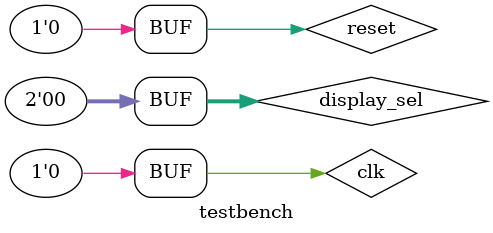
<source format=v>
`timescale 1ns / 1ps

module testbench;
    reg clk;
    reg reset;
    reg [1:0] display_sel;
    wire [3:0] anode;
    wire [7:0] catode;
    
    // Instantiate the top_top module
    basys_top dut(
        .clk(clk),
        .reset(reset),
        .display_sel(display_sel),
        .anode(anode),
        .catode(catode)
    );
    
    // Reset generation
    initial begin
        reset <= 1;
        #(22);
        reset <= 0;
    end
    
    // Clock generation (100MHz - 10ns period)
    always begin
        clk <= 1;
        #(5);
        clk <= 0;
        #(5);
    end
    
    // Test display selection
    initial begin
        display_sel <= 2'b00; // Start showing WriteData[15:0]
        #1000;
        display_sel <= 2'b01; // Show WriteData[31:16]
        #1000;
        display_sel <= 2'b10; // Show Adr[15:0]
        #1000;
        display_sel <= 2'b11; // Show Adr[31:16]
        #1000;
        display_sel <= 2'b00; // Back to WriteData[15:0]
    end
    
    // Monitor display outputs
    always @(posedge clk) begin
        if (!reset) begin
            $display("Time: %0t | display_sel: %b | anode: %b | catode: %b", 
                     $time, display_sel, anode, catode);
        end
    end
    
endmodule
</source>
